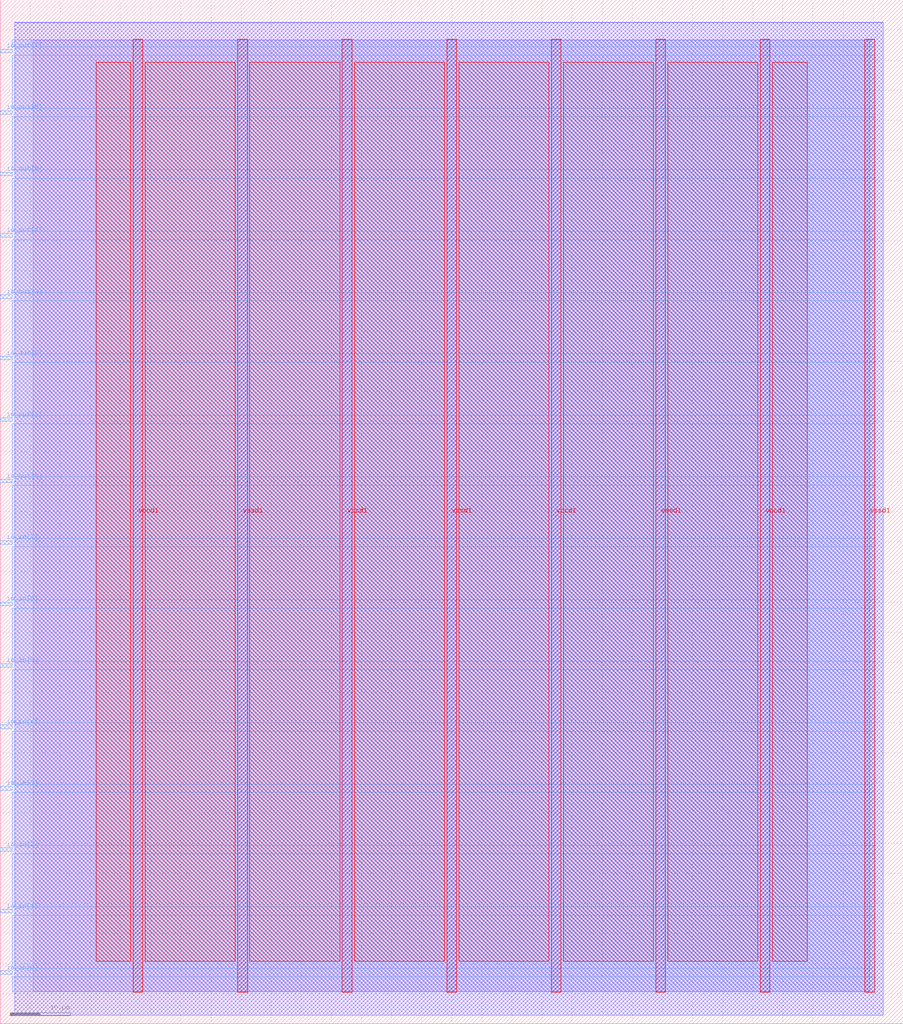
<source format=lef>
VERSION 5.7 ;
  NOWIREEXTENSIONATPIN ON ;
  DIVIDERCHAR "/" ;
  BUSBITCHARS "[]" ;
MACRO lukevassallo_xor_cipher
  CLASS BLOCK ;
  FOREIGN lukevassallo_xor_cipher ;
  ORIGIN 0.000 0.000 ;
  SIZE 150.000 BY 170.000 ;
  PIN io_in[0]
    DIRECTION INPUT ;
    USE SIGNAL ;
    PORT
      LAYER met3 ;
        RECT 0.000 8.200 2.000 8.800 ;
    END
  END io_in[0]
  PIN io_in[1]
    DIRECTION INPUT ;
    USE SIGNAL ;
    PORT
      LAYER met3 ;
        RECT 0.000 18.400 2.000 19.000 ;
    END
  END io_in[1]
  PIN io_in[2]
    DIRECTION INPUT ;
    USE SIGNAL ;
    PORT
      LAYER met3 ;
        RECT 0.000 28.600 2.000 29.200 ;
    END
  END io_in[2]
  PIN io_in[3]
    DIRECTION INPUT ;
    USE SIGNAL ;
    PORT
      LAYER met3 ;
        RECT 0.000 38.800 2.000 39.400 ;
    END
  END io_in[3]
  PIN io_in[4]
    DIRECTION INPUT ;
    USE SIGNAL ;
    PORT
      LAYER met3 ;
        RECT 0.000 49.000 2.000 49.600 ;
    END
  END io_in[4]
  PIN io_in[5]
    DIRECTION INPUT ;
    USE SIGNAL ;
    PORT
      LAYER met3 ;
        RECT 0.000 59.200 2.000 59.800 ;
    END
  END io_in[5]
  PIN io_in[6]
    DIRECTION INPUT ;
    USE SIGNAL ;
    PORT
      LAYER met3 ;
        RECT 0.000 69.400 2.000 70.000 ;
    END
  END io_in[6]
  PIN io_in[7]
    DIRECTION INPUT ;
    USE SIGNAL ;
    PORT
      LAYER met3 ;
        RECT 0.000 79.600 2.000 80.200 ;
    END
  END io_in[7]
  PIN io_out[0]
    DIRECTION OUTPUT TRISTATE ;
    USE SIGNAL ;
    PORT
      LAYER met3 ;
        RECT 0.000 89.800 2.000 90.400 ;
    END
  END io_out[0]
  PIN io_out[1]
    DIRECTION OUTPUT TRISTATE ;
    USE SIGNAL ;
    PORT
      LAYER met3 ;
        RECT 0.000 100.000 2.000 100.600 ;
    END
  END io_out[1]
  PIN io_out[2]
    DIRECTION OUTPUT TRISTATE ;
    USE SIGNAL ;
    PORT
      LAYER met3 ;
        RECT 0.000 110.200 2.000 110.800 ;
    END
  END io_out[2]
  PIN io_out[3]
    DIRECTION OUTPUT TRISTATE ;
    USE SIGNAL ;
    PORT
      LAYER met3 ;
        RECT 0.000 120.400 2.000 121.000 ;
    END
  END io_out[3]
  PIN io_out[4]
    DIRECTION OUTPUT TRISTATE ;
    USE SIGNAL ;
    PORT
      LAYER met3 ;
        RECT 0.000 130.600 2.000 131.200 ;
    END
  END io_out[4]
  PIN io_out[5]
    DIRECTION OUTPUT TRISTATE ;
    USE SIGNAL ;
    PORT
      LAYER met3 ;
        RECT 0.000 140.800 2.000 141.400 ;
    END
  END io_out[5]
  PIN io_out[6]
    DIRECTION OUTPUT TRISTATE ;
    USE SIGNAL ;
    PORT
      LAYER met3 ;
        RECT 0.000 151.000 2.000 151.600 ;
    END
  END io_out[6]
  PIN io_out[7]
    DIRECTION OUTPUT TRISTATE ;
    USE SIGNAL ;
    PORT
      LAYER met3 ;
        RECT 0.000 161.200 2.000 161.800 ;
    END
  END io_out[7]
  PIN vccd1
    DIRECTION INOUT ;
    USE POWER ;
    PORT
      LAYER met4 ;
        RECT 22.085 5.200 23.685 163.440 ;
    END
    PORT
      LAYER met4 ;
        RECT 56.815 5.200 58.415 163.440 ;
    END
    PORT
      LAYER met4 ;
        RECT 91.545 5.200 93.145 163.440 ;
    END
    PORT
      LAYER met4 ;
        RECT 126.275 5.200 127.875 163.440 ;
    END
  END vccd1
  PIN vssd1
    DIRECTION INOUT ;
    USE GROUND ;
    PORT
      LAYER met4 ;
        RECT 39.450 5.200 41.050 163.440 ;
    END
    PORT
      LAYER met4 ;
        RECT 74.180 5.200 75.780 163.440 ;
    END
    PORT
      LAYER met4 ;
        RECT 108.910 5.200 110.510 163.440 ;
    END
    PORT
      LAYER met4 ;
        RECT 143.640 5.200 145.240 163.440 ;
    END
  END vssd1
  OBS
      LAYER li1 ;
        RECT 5.520 5.355 144.440 163.285 ;
      LAYER met1 ;
        RECT 2.370 1.400 146.670 166.220 ;
      LAYER met2 ;
        RECT 2.390 1.370 146.640 166.250 ;
      LAYER met3 ;
        RECT 2.000 162.200 145.230 163.365 ;
        RECT 2.400 160.800 145.230 162.200 ;
        RECT 2.000 152.000 145.230 160.800 ;
        RECT 2.400 150.600 145.230 152.000 ;
        RECT 2.000 141.800 145.230 150.600 ;
        RECT 2.400 140.400 145.230 141.800 ;
        RECT 2.000 131.600 145.230 140.400 ;
        RECT 2.400 130.200 145.230 131.600 ;
        RECT 2.000 121.400 145.230 130.200 ;
        RECT 2.400 120.000 145.230 121.400 ;
        RECT 2.000 111.200 145.230 120.000 ;
        RECT 2.400 109.800 145.230 111.200 ;
        RECT 2.000 101.000 145.230 109.800 ;
        RECT 2.400 99.600 145.230 101.000 ;
        RECT 2.000 90.800 145.230 99.600 ;
        RECT 2.400 89.400 145.230 90.800 ;
        RECT 2.000 80.600 145.230 89.400 ;
        RECT 2.400 79.200 145.230 80.600 ;
        RECT 2.000 70.400 145.230 79.200 ;
        RECT 2.400 69.000 145.230 70.400 ;
        RECT 2.000 60.200 145.230 69.000 ;
        RECT 2.400 58.800 145.230 60.200 ;
        RECT 2.000 50.000 145.230 58.800 ;
        RECT 2.400 48.600 145.230 50.000 ;
        RECT 2.000 39.800 145.230 48.600 ;
        RECT 2.400 38.400 145.230 39.800 ;
        RECT 2.000 29.600 145.230 38.400 ;
        RECT 2.400 28.200 145.230 29.600 ;
        RECT 2.000 19.400 145.230 28.200 ;
        RECT 2.400 18.000 145.230 19.400 ;
        RECT 2.000 9.200 145.230 18.000 ;
        RECT 2.400 7.800 145.230 9.200 ;
        RECT 2.000 5.275 145.230 7.800 ;
      LAYER met4 ;
        RECT 15.935 10.375 21.685 159.625 ;
        RECT 24.085 10.375 39.050 159.625 ;
        RECT 41.450 10.375 56.415 159.625 ;
        RECT 58.815 10.375 73.780 159.625 ;
        RECT 76.180 10.375 91.145 159.625 ;
        RECT 93.545 10.375 108.510 159.625 ;
        RECT 110.910 10.375 125.875 159.625 ;
        RECT 128.275 10.375 134.025 159.625 ;
  END
END lukevassallo_xor_cipher
END LIBRARY


</source>
